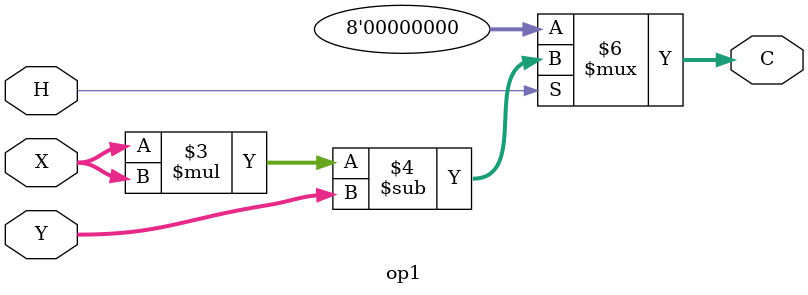
<source format=v>
`timescale 1ns / 1ps


module op1(
    input [3:0] X,Y,
    input H,
    output reg [7:0] C
    );
    
     always@*
           begin
             if (H == 1'b1)
                   C = X * X - Y;
               else
                   C = 8'b00000000;
           end
endmodule

</source>
